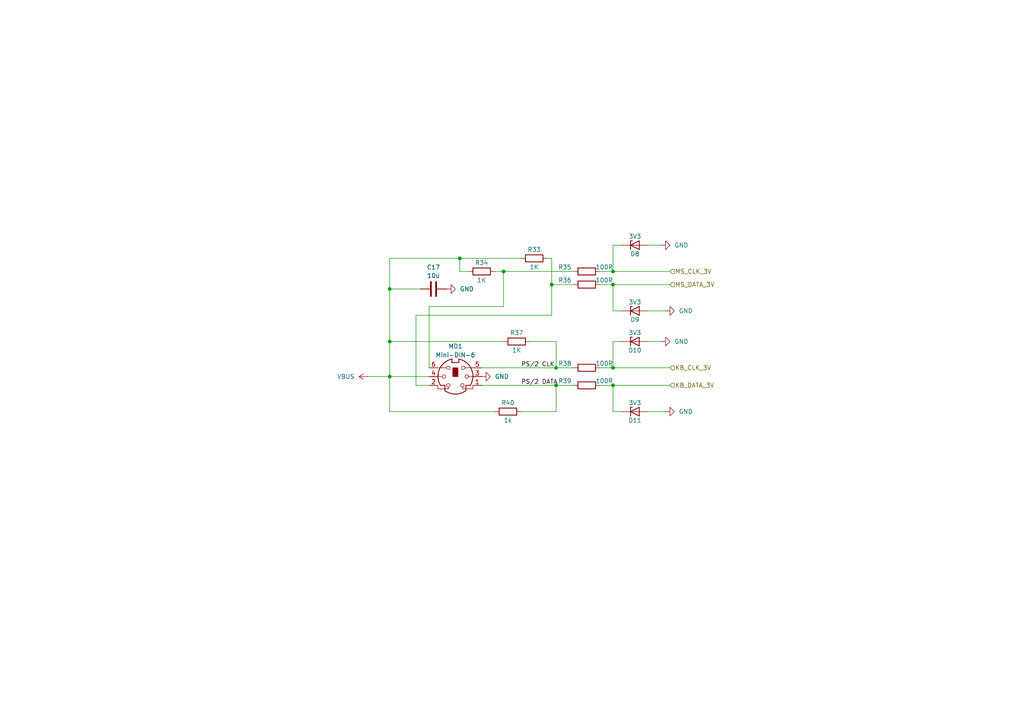
<source format=kicad_sch>
(kicad_sch (version 20250114) (generator "eeschema") (generator_version "9.0")
  (paper "A4")
  (title_block (title "${NAME}") (date "2025-05-10") (rev "${VERSION}") (company "Mikhail Matveev") (comment 1 "https://github.com/xtremespb/frank"))
  (lib_symbols
    (symbol "Connector:Mini-DIN-6" (pin_names (offset 1.016))
      (property "Reference" "J" (at 0 6.35 0))
      (property "Value" "Mini-DIN-6" (at 0 -6.35 0))
      (symbol "Mini-DIN-6_0_1"
        (polyline (pts (xy -4.318 -2.54) (xy -3.048 -2.54) (xy -3.048 -4.064)) (stroke (width 0.254)))
        (polyline (pts (xy -3.81 0) (xy -5.08 0)))
        (circle (center -3.302 0) (radius 0.508))
        (polyline (pts (xy -2.54 2.54) (xy -5.08 2.54)))
        (circle (center -2.032 2.54) (radius 0.508))
        (circle (center -2.032 -2.54) (radius 0.508))
        (polyline (pts (xy -2.032 -3.048) (xy -2.032 -3.556) (xy -5.08 -3.556) (xy -5.08 -2.54)))
        (polyline (pts (xy -1.016 5.08) (xy -1.016 4.064) (xy 1.016 4.064) (xy 1.016 5.08)) (stroke (width 0.254)))
        (rectangle (start -0.762 2.54) (end 0.762 0) (fill (type outline)))
        (arc (start 3.048 -4.064) (mid 0 -5.08) (end -3.048 -4.064) (stroke (width 0.254)))
        (arc (start 1.016 5.08) (mid 4.6646 2.1356) (end 4.318 -2.54) (stroke (width 0.254)))
        (arc (start -4.318 -2.54) (mid -4.6241 2.1181) (end -1.016 5.08) (stroke (width 0.254)))
        (circle (center 2.032 -2.54) (radius 0.508))
        (polyline (pts (xy 2.032 -3.048) (xy 2.032 -3.556) (xy 5.08 -3.556) (xy 5.08 -2.54)))
        (circle (center 2.286 2.54) (radius 0.508))
        (polyline (pts (xy 2.794 2.54) (xy 5.08 2.54)))
        (circle (center 3.302 0) (radius 0.508))
        (polyline (pts (xy 4.318 -2.54) (xy 3.048 -2.54) (xy 3.048 -4.064)) (stroke (width 0.254)))
        (polyline (pts (xy 5.08 0) (xy 3.81 0)))
      )
      (symbol "Mini-DIN-6_1_1"
        (pin passive line (at -7.62 2.54 0) (length 2.54) (name "~") (number "6"))
        (pin passive line (at -7.62 0 0) (length 2.54) (name "~") (number "4"))
        (pin passive line (at -7.62 -2.54 0) (length 2.54) (name "~") (number "2"))
        (pin passive line (at 7.62 2.54 180) (length 2.54) (name "~") (number "5"))
        (pin passive line (at 7.62 0 180) (length 2.54) (name "~") (number "3"))
        (pin passive line (at 7.62 -2.54 180) (length 2.54) (name "~") (number "1"))
      )
    )
    (symbol "Device:C" (pin_numbers (hide yes)) (pin_names (offset 0.254))
      (property "Reference" "C" (at 0.635 2.54 0))
      (property "Value" "C" (at 0.635 -2.54 0))
      (symbol "C_0_1"
        (polyline (pts (xy -2.032 0.762) (xy 2.032 0.762)) (stroke (width 0.508)))
        (polyline (pts (xy -2.032 -0.762) (xy 2.032 -0.762)) (stroke (width 0.508)))
      )
      (symbol "C_1_1"
        (pin passive line (at 0 3.81 270) (length 2.794) (name "~") (number "1"))
        (pin passive line (at 0 -3.81 90) (length 2.794) (name "~") (number "2"))
      )
    )
    (symbol "Device:D_Zener" (pin_numbers (hide yes)) (pin_names (offset 1.016) (hide yes))
      (property "Reference" "D" (at 0 2.54 0))
      (property "Value" "D_Zener" (at 0 -2.54 0))
      (symbol "D_Zener_0_1"
        (polyline (pts (xy -1.27 -1.27) (xy -1.27 1.27) (xy -0.762 1.27)) (stroke (width 0.254)))
        (polyline (pts (xy 1.27 0) (xy -1.27 0)))
        (polyline (pts (xy 1.27 -1.27) (xy 1.27 1.27) (xy -1.27 0) (xy 1.27 -1.27)) (stroke (width 0.254)))
      )
      (symbol "D_Zener_1_1"
        (pin passive line (at -3.81 0 0) (length 2.54) (name "K") (number "1"))
        (pin passive line (at 3.81 0 180) (length 2.54) (name "A") (number "2"))
      )
    )
    (symbol "Device:R" (pin_numbers (hide yes)) (pin_names (offset 0))
      (property "Reference" "R" (at 2.032 0 90))
      (property "Value" "R" (at 0 0 90))
      (symbol "R_0_1"
        (rectangle (start -1.016 -2.54) (end 1.016 2.54) (stroke (width 0.254)))
      )
      (symbol "R_1_1"
        (pin passive line (at 0 3.81 270) (length 1.27) (name "~") (number "1"))
        (pin passive line (at 0 -3.81 90) (length 1.27) (name "~") (number "2"))
      )
    )
    (symbol "GND_2" (power) (pin_numbers (hide yes)) (pin_names (offset 0) (hide yes))
      (property "Value" "GND" (at 0 -3.81 0))
      (symbol "GND_2_0_1"
        (polyline (pts (xy 0 0) (xy 0 -1.27) (xy 1.27 -1.27) (xy 0 -2.54) (xy -1.27 -1.27) (xy 0 -1.27)))
      )
      (symbol "GND_2_1_1"
        (pin power_in line (at 0 0 270) (length 0) (name "~") (number "1"))
      )
    )
    (symbol "power:VBUS" (power) (pin_numbers (hide yes)) (pin_names (offset 0) (hide yes))
      (property "Value" "VBUS" (at 0 3.556 0))
      (symbol "VBUS_0_1"
        (polyline (pts (xy -0.762 1.27) (xy 0 2.54)))
        (polyline (pts (xy 0 2.54) (xy 0.762 1.27)))
        (polyline (pts (xy 0 0) (xy 0 2.54)))
      )
      (symbol "VBUS_1_1"
        (pin power_in line (at 0 0 90) (length 0) (name "~") (number "1"))
      )
    )
  )
  (junction (at 177.8 78.74))
  (junction (at 161.29 106.68))
  (junction (at 146.05 78.74))
  (junction (at 113.03 99.06))
  (junction (at 161.29 111.76))
  (junction (at 113.03 109.22))
  (junction (at 133.35 74.93))
  (junction (at 160.02 82.55))
  (junction (at 177.8 111.76))
  (junction (at 177.8 106.68))
  (junction (at 177.8 82.55))
  (junction (at 113.03 83.82))
  (wire (pts (xy 177.8 106.68) (xy 194.31 106.68)))
  (wire (pts (xy 160.02 82.55) (xy 160.02 91.44)))
  (wire (pts (xy 166.37 78.74) (xy 146.05 78.74)))
  (wire (pts (xy 177.8 90.17) (xy 177.8 82.55)))
  (wire (pts (xy 161.29 119.38) (xy 161.29 111.76)))
  (wire (pts (xy 187.96 71.12) (xy 191.77 71.12)))
  (wire (pts (xy 166.37 82.55) (xy 160.02 82.55)))
  (wire (pts (xy 113.03 74.93) (xy 113.03 83.82)))
  (wire (pts (xy 113.03 119.38) (xy 143.51 119.38)))
  (wire (pts (xy 177.8 119.38) (xy 177.8 111.76)))
  (wire (pts (xy 180.34 71.12) (xy 177.8 71.12)))
  (wire (pts (xy 113.03 99.06) (xy 113.03 109.22)))
  (wire (pts (xy 177.8 78.74) (xy 173.99 78.74)))
  (wire (pts (xy 146.05 88.9) (xy 124.46 88.9)))
  (wire (pts (xy 177.8 82.55) (xy 173.99 82.55)))
  (wire (pts (xy 153.67 99.06) (xy 161.29 99.06)))
  (wire (pts (xy 139.7 111.76) (xy 161.29 111.76)))
  (wire (pts (xy 146.05 78.74) (xy 146.05 88.9)))
  (wire (pts (xy 160.02 91.44) (xy 120.65 91.44)))
  (wire (pts (xy 113.03 109.22) (xy 124.46 109.22)))
  (wire (pts (xy 177.8 111.76) (xy 194.31 111.76)))
  (wire (pts (xy 187.96 99.06) (xy 191.77 99.06)))
  (wire (pts (xy 160.02 74.93) (xy 160.02 82.55)))
  (wire (pts (xy 139.7 106.68) (xy 161.29 106.68)))
  (wire (pts (xy 113.03 83.82) (xy 113.03 99.06)))
  (wire (pts (xy 161.29 106.68) (xy 166.37 106.68)))
  (wire (pts (xy 120.65 111.76) (xy 120.65 91.44)))
  (wire (pts (xy 124.46 111.76) (xy 120.65 111.76)))
  (wire (pts (xy 113.03 119.38) (xy 113.03 109.22)))
  (wire (pts (xy 133.35 78.74) (xy 133.35 74.93)))
  (wire (pts (xy 180.34 119.38) (xy 177.8 119.38)))
  (wire (pts (xy 161.29 99.06) (xy 161.29 106.68)))
  (wire (pts (xy 113.03 83.82) (xy 121.92 83.82)))
  (wire (pts (xy 161.29 111.76) (xy 166.37 111.76)))
  (wire (pts (xy 177.8 99.06) (xy 177.8 106.68)))
  (wire (pts (xy 180.34 90.17) (xy 177.8 90.17)))
  (wire (pts (xy 158.75 74.93) (xy 160.02 74.93)))
  (wire (pts (xy 177.8 111.76) (xy 173.99 111.76)))
  (wire (pts (xy 124.46 106.68) (xy 124.46 88.9)))
  (wire (pts (xy 177.8 82.55) (xy 194.31 82.55)))
  (wire (pts (xy 106.68 109.22) (xy 113.03 109.22)))
  (wire (pts (xy 177.8 78.74) (xy 194.31 78.74)))
  (wire (pts (xy 113.03 99.06) (xy 146.05 99.06)))
  (wire (pts (xy 143.51 78.74) (xy 146.05 78.74)))
  (wire (pts (xy 135.89 78.74) (xy 133.35 78.74)))
  (wire (pts (xy 187.96 90.17) (xy 193.04 90.17)))
  (wire (pts (xy 180.34 99.06) (xy 177.8 99.06)))
  (wire (pts (xy 151.13 74.93) (xy 133.35 74.93)))
  (wire (pts (xy 187.96 119.38) (xy 193.04 119.38)))
  (wire (pts (xy 177.8 71.12) (xy 177.8 78.74)))
  (wire (pts (xy 177.8 106.68) (xy 173.99 106.68)))
  (wire (pts (xy 151.13 119.38) (xy 161.29 119.38)))
  (wire (pts (xy 133.35 74.93) (xy 113.03 74.93)))
  (label "PS{slash}2 DATA" (at 151.13 111.76 0))
  (label "PS{slash}2 CLK" (at 151.13 106.68 0))
  (hierarchical_label "KB_DATA_3V" (shape input) (at 194.31 111.76 0))
  (hierarchical_label "MS_DATA_3V" (shape input) (at 194.31 82.55 0))
  (hierarchical_label "MS_CLK_3V" (shape input) (at 194.31 78.74 0))
  (hierarchical_label "KB_CLK_3V" (shape input) (at 194.31 106.68 0))
  (symbol (lib_id "Device:R") (at 170.18 82.55 90) (unit 1)
    (property "Reference" "R35" (at 163.83 81.28 90))
    (property "Value" "100R" (at 175.26 81.28 90))
    (property "Footprint" "FRANK:Resistor (0805)" (effects (hide yes)))
    (property "Datasheet" "https://www.vishay.com/docs/28952/mcs0402at-mct0603at-mcu0805at-mca1206at.pdf" (effects (hide yes)))
    (property "AliExpress" "https://www.aliexpress.com/item/1005005945735199.html" (effects (hide yes)))
    (instances (project "38NJU24" (path "" (reference "R36") (unit 1))) (project "valera-2350A" (path "" (reference "R35") (unit 1))))
  )
  (symbol (lib_id "Device:R") (at 154.94 74.93 90) (unit 1)
    (property "Reference" "R32" (at 154.94 72.39 90))
    (property "Value" "1K" (at 154.94 77.47 90))
    (property "Footprint" "FRANK:Resistor (0805)" (effects (hide yes)))
    (property "Datasheet" "https://www.vishay.com/docs/28952/mcs0402at-mct0603at-mcu0805at-mca1206at.pdf" (effects (hide yes)))
    (property "AliExpress" "https://www.vishay.com/docs/28952/mcs0402at-mct0603at-mcu0805at-mca1206at.pdf" (effects (hide yes)))
    (instances (project "38NJU24" (path "" (reference "R33") (unit 1))) (project "valera-2350A" (path "" (reference "R32") (unit 1))))
  )
  (symbol (lib_id "Device:D_Zener") (at 184.15 119.38 0) (unit 1)
    (property "Reference" "D5" (at 184.15 121.92 0))
    (property "Value" "3V3" (at 184.15 116.84 0))
    (property "Footprint" "FRANK:Diode (SOD-323)" (effects (hide yes)))
    (property "Datasheet" "https://diotec.com/request/datasheet/mms3z2b4gw.pdf" (effects (hide yes)))
    (property "AliExpress" "https://www.aliexpress.com/item/1005006143480992.html" (effects (hide yes)))
    (instances (project "38NJU24" (path "" (reference "D11") (unit 1))) (project "valera-2350A" (path "" (reference "D5") (unit 1))))
  )
  (symbol (lib_id "Device:C") (at 125.73 83.82 90) (unit 1)
    (property "Reference" "C17" (at 125.73 77.5165 90))
    (property "Value" "10u" (at 125.73 79.9408 90))
    (property "Footprint" "FRANK:Capacitor (0805)" (effects (hide yes)))
    (property "Datasheet" "https://eu.mouser.com/datasheet/2/40/KGM_X7R-3223212.pdf" (effects (hide yes)))
    (property "AliExpress" "https://www.aliexpress.com/item/33008008276.html" (effects (hide yes)))
  )
  (symbol (lib_name "GND_2") (lib_id "power:GND") (at 191.77 71.12 90) (unit 1)
    (property "Reference" "#PWR044" (effects (hide yes)))
    (property "Value" "GND" (at 195.58 71.1199 90) (effects (justify right)))
    (property "Description" "Power symbol creates a global label with name \"GND\" , ground" (effects (hide yes)))
    (instances (project "38NJU24" (path "" (reference "#PWR032") (unit 1))) (project "valera-2350A" (path "" (reference "#PWR044") (unit 1))))
  )
  (symbol (lib_id "Device:R") (at 170.18 106.68 90) (unit 1)
    (property "Reference" "R37" (at 163.83 105.41 90))
    (property "Value" "100R" (at 175.26 105.41 90))
    (property "Footprint" "FRANK:Resistor (0805)" (effects (hide yes)))
    (property "Datasheet" "https://www.vishay.com/docs/28952/mcs0402at-mct0603at-mcu0805at-mca1206at.pdf" (effects (hide yes)))
    (property "AliExpress" "https://www.aliexpress.com/item/1005005945735199.html" (effects (hide yes)))
    (instances (project "38NJU24" (path "" (reference "R38") (unit 1))) (project "valera-2350A" (path "" (reference "R37") (unit 1))))
  )
  (symbol (lib_name "GND_2") (lib_id "power:GND") (at 139.7 109.22 90) (unit 1)
    (property "Reference" "#PWR049" (effects (hide yes)))
    (property "Value" "GND" (at 143.51 109.2199 90) (effects (justify right)))
    (property "Description" "Power symbol creates a global label with name \"GND\" , ground" (effects (hide yes)))
    (instances (project "38NJU24" (path "" (reference "#PWR037") (unit 1))) (project "valera-2350A" (path "" (reference "#PWR049") (unit 1))))
  )
  (symbol (lib_id "Device:D_Zener") (at 184.15 99.06 0) (unit 1)
    (property "Reference" "D4" (at 184.15 101.6 0))
    (property "Value" "3V3" (at 184.15 96.52 0))
    (property "Footprint" "FRANK:Diode (SOD-323)" (effects (hide yes)))
    (property "Datasheet" "https://diotec.com/request/datasheet/mms3z2b4gw.pdf" (effects (hide yes)))
    (property "AliExpress" "https://www.aliexpress.com/item/1005006143480992.html" (effects (hide yes)))
    (instances (project "38NJU24" (path "" (reference "D10") (unit 1))) (project "valera-2350A" (path "" (reference "D4") (unit 1))))
  )
  (symbol (lib_id "Device:R") (at 139.7 78.74 90) (unit 1)
    (property "Reference" "R33" (at 139.7 76.2 90))
    (property "Value" "1K" (at 139.7 81.28 90))
    (property "Footprint" "FRANK:Resistor (0805)" (effects (hide yes)))
    (property "Datasheet" "https://www.vishay.com/docs/28952/mcs0402at-mct0603at-mcu0805at-mca1206at.pdf" (effects (hide yes)))
    (property "AliExpress" "https://www.vishay.com/docs/28952/mcs0402at-mct0603at-mcu0805at-mca1206at.pdf" (effects (hide yes)))
    (instances (project "38NJU24" (path "" (reference "R34") (unit 1))) (project "valera-2350A" (path "" (reference "R33") (unit 1))))
  )
  (symbol (lib_id "Connector:Mini-DIN-6") (at 132.08 109.22 0) (unit 1)
    (property "Reference" "J4" (at 132.0977 100.4402 0))
    (property "Value" "Mini-DIN-6" (at 132.0977 102.9771 0))
    (property "Footprint" "FRANK:MiniDIN (6 Pin, female)" (effects (hide yes)))
    (property "Datasheet" "http://service.powerdynamics.com/ec/Catalog17/Section%2011.pdf" (effects (hide yes)))
    (property "Description" "6-pin Mini-DIN connector" (effects (hide yes)))
    (property "AliExpress" "https://www.aliexpress.com/item/4000106131593.html" (effects (hide yes)))
    (instances (project "38NJU24" (path "" (reference "MD1") (unit 1))) (project "valera-2350A" (path "" (reference "J4") (unit 1))))
  )
  (symbol (lib_name "GND_2") (lib_id "power:GND") (at 191.77 99.06 90) (unit 1)
    (property "Reference" "#PWR047" (effects (hide yes)))
    (property "Value" "GND" (at 195.58 99.0599 90) (effects (justify right)))
    (property "Description" "Power symbol creates a global label with name \"GND\" , ground" (effects (hide yes)))
    (instances (project "38NJU24" (path "" (reference "#PWR035") (unit 1))) (project "valera-2350A" (path "" (reference "#PWR047") (unit 1))))
  )
  (symbol (lib_name "GND_2") (lib_id "power:GND") (at 129.54 83.82 90) (unit 1)
    (property "Reference" "#PWR045" (effects (hide yes)))
    (property "Value" "GND" (at 133.35 83.8199 90) (effects (justify right)))
    (property "Description" "Power symbol creates a global label with name \"GND\" , ground" (effects (hide yes)))
    (instances (project "38NJU24" (path "" (reference "#PWR033") (unit 1))) (project "valera-2350A" (path "" (reference "#PWR045") (unit 1))))
  )
  (symbol (lib_name "GND_2") (lib_id "power:GND") (at 193.04 119.38 90) (unit 1)
    (property "Reference" "#PWR050" (effects (hide yes)))
    (property "Value" "GND" (at 196.85 119.3799 90) (effects (justify right)))
    (property "Description" "Power symbol creates a global label with name \"GND\" , ground" (effects (hide yes)))
    (instances (project "38NJU24" (path "" (reference "#PWR038") (unit 1))) (project "valera-2350A" (path "" (reference "#PWR050") (unit 1))))
  )
  (symbol (lib_id "Device:D_Zener") (at 184.15 71.12 0) (unit 1)
    (property "Reference" "D2" (at 184.15 73.66 0))
    (property "Value" "3V3" (at 184.15 68.58 0))
    (property "Footprint" "FRANK:Diode (SOD-323)" (effects (hide yes)))
    (property "Datasheet" "https://diotec.com/request/datasheet/mms3z2b4gw.pdf" (effects (hide yes)))
    (property "AliExpress" "https://www.aliexpress.com/item/1005006143480992.html" (effects (hide yes)))
    (instances (project "38NJU24" (path "" (reference "D8") (unit 1))) (project "valera-2350A" (path "" (reference "D2") (unit 1))))
  )
  (symbol (lib_name "GND_2") (lib_id "power:GND") (at 193.04 90.17 90) (unit 1)
    (property "Reference" "#PWR046" (effects (hide yes)))
    (property "Value" "GND" (at 196.85 90.1699 90) (effects (justify right)))
    (property "Description" "Power symbol creates a global label with name \"GND\" , ground" (effects (hide yes)))
    (instances (project "38NJU24" (path "" (reference "#PWR034") (unit 1))) (project "valera-2350A" (path "" (reference "#PWR046") (unit 1))))
  )
  (symbol (lib_id "power:VBUS") (at 106.68 109.22 90) (unit 1)
    (property "Reference" "#PWR048" (effects (hide yes)))
    (property "Value" "VBUS" (at 102.87 109.2199 90) (effects (justify left)))
    (property "Description" "Power symbol creates a global label with name \"VBUS\"" (effects (hide yes)))
    (instances (project "" (path "" (reference "#PWR036") (unit 1))) (project "valera-2350A" (path "" (reference "#PWR048") (unit 1))))
  )
  (symbol (lib_id "Device:R") (at 170.18 111.76 90) (unit 1)
    (property "Reference" "R38" (at 163.83 110.49 90))
    (property "Value" "100R" (at 175.26 110.49 90))
    (property "Footprint" "FRANK:Resistor (0805)" (effects (hide yes)))
    (property "Datasheet" "https://www.vishay.com/docs/28952/mcs0402at-mct0603at-mcu0805at-mca1206at.pdf" (effects (hide yes)))
    (property "AliExpress" "https://www.aliexpress.com/item/1005005945735199.html" (effects (hide yes)))
    (instances (project "38NJU24" (path "" (reference "R39") (unit 1))) (project "valera-2350A" (path "" (reference "R38") (unit 1))))
  )
  (symbol (lib_id "Device:D_Zener") (at 184.15 90.17 0) (unit 1)
    (property "Reference" "D3" (at 184.15 92.71 0))
    (property "Value" "3V3" (at 184.15 87.63 0))
    (property "Footprint" "FRANK:Diode (SOD-323)" (effects (hide yes)))
    (property "Datasheet" "https://diotec.com/request/datasheet/mms3z2b4gw.pdf" (effects (hide yes)))
    (property "AliExpress" "https://www.aliexpress.com/item/1005006143480992.html" (effects (hide yes)))
    (instances (project "38NJU24" (path "" (reference "D9") (unit 1))) (project "valera-2350A" (path "" (reference "D3") (unit 1))))
  )
  (symbol (lib_id "Device:R") (at 147.32 119.38 90) (unit 1)
    (property "Reference" "R39" (at 147.32 116.84 90))
    (property "Value" "1k" (at 147.32 121.92 90))
    (property "Footprint" "FRANK:Resistor (0805)" (effects (hide yes)))
    (property "Datasheet" "https://www.vishay.com/docs/28952/mcs0402at-mct0603at-mcu0805at-mca1206at.pdf" (effects (hide yes)))
    (property "AliExpress" "https://www.aliexpress.com/item/1005005945735199.html" (effects (hide yes)))
    (instances (project "38NJU24" (path "" (reference "R40") (unit 1))) (project "valera-2350A" (path "" (reference "R39") (unit 1))))
  )
  (symbol (lib_id "Device:R") (at 170.18 78.74 90) (unit 1)
    (property "Reference" "R34" (at 163.83 77.47 90))
    (property "Value" "100R" (at 175.26 77.47 90))
    (property "Footprint" "FRANK:Resistor (0805)" (effects (hide yes)))
    (property "Datasheet" "https://www.vishay.com/docs/28952/mcs0402at-mct0603at-mcu0805at-mca1206at.pdf" (effects (hide yes)))
    (property "AliExpress" "https://www.aliexpress.com/item/1005005945735199.html" (effects (hide yes)))
    (instances (project "38NJU24" (path "" (reference "R35") (unit 1))) (project "valera-2350A" (path "" (reference "R34") (unit 1))))
  )
  (symbol (lib_id "Device:R") (at 149.86 99.06 90) (unit 1)
    (property "Reference" "R36" (at 149.86 96.52 90))
    (property "Value" "1K" (at 149.86 101.6 90))
    (property "Footprint" "FRANK:Resistor (0805)" (effects (hide yes)))
    (property "Datasheet" "https://www.vishay.com/docs/28952/mcs0402at-mct0603at-mcu0805at-mca1206at.pdf" (effects (hide yes)))
    (property "AliExpress" "https://www.vishay.com/docs/28952/mcs0402at-mct0603at-mcu0805at-mca1206at.pdf" (effects (hide yes)))
    (instances (project "38NJU24" (path "" (reference "R37") (unit 1))) (project "valera-2350A" (path "" (reference "R36") (unit 1))))
  )
)
</source>
